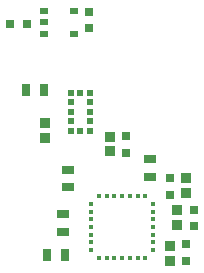
<source format=gtp>
G04*
G04 #@! TF.GenerationSoftware,Altium Limited,Altium Designer,25.8.1 (18)*
G04*
G04 Layer_Color=8421504*
%FSLAX25Y25*%
%MOIN*%
G70*
G04*
G04 #@! TF.SameCoordinates,43C0CF26-5D00-403A-8535-6070E817F6AF*
G04*
G04*
G04 #@! TF.FilePolarity,Positive*
G04*
G01*
G75*
%ADD16R,0.03150X0.02362*%
%ADD17R,0.01800X0.01400*%
%ADD18R,0.01968X0.01968*%
%ADD19R,0.03740X0.03740*%
G04:AMPARAMS|DCode=20|XSize=29.92mil|YSize=26mil|CornerRadius=3.25mil|HoleSize=0mil|Usage=FLASHONLY|Rotation=0.000|XOffset=0mil|YOffset=0mil|HoleType=Round|Shape=RoundedRectangle|*
%AMROUNDEDRECTD20*
21,1,0.02992,0.01950,0,0,0.0*
21,1,0.02342,0.02600,0,0,0.0*
1,1,0.00650,0.01171,-0.00975*
1,1,0.00650,-0.01171,-0.00975*
1,1,0.00650,-0.01171,0.00975*
1,1,0.00650,0.01171,0.00975*
%
%ADD20ROUNDEDRECTD20*%
G04:AMPARAMS|DCode=21|XSize=29.92mil|YSize=26mil|CornerRadius=3.25mil|HoleSize=0mil|Usage=FLASHONLY|Rotation=270.000|XOffset=0mil|YOffset=0mil|HoleType=Round|Shape=RoundedRectangle|*
%AMROUNDEDRECTD21*
21,1,0.02992,0.01950,0,0,270.0*
21,1,0.02342,0.02600,0,0,270.0*
1,1,0.00650,-0.00975,-0.01171*
1,1,0.00650,-0.00975,0.01171*
1,1,0.00650,0.00975,0.01171*
1,1,0.00650,0.00975,-0.01171*
%
%ADD21ROUNDEDRECTD21*%
%ADD22R,0.03150X0.03937*%
%ADD23R,0.03937X0.03150*%
%ADD24R,0.01400X0.01800*%
D16*
X174020Y278240D02*
D03*
Y270760D02*
D03*
X163980D02*
D03*
Y274500D02*
D03*
Y278240D02*
D03*
D17*
X179809Y198573D02*
D03*
X200309D02*
D03*
Y203691D02*
D03*
Y201132D02*
D03*
Y206250D02*
D03*
Y208809D02*
D03*
Y211368D02*
D03*
Y213927D02*
D03*
X179809D02*
D03*
Y211368D02*
D03*
Y208809D02*
D03*
Y206250D02*
D03*
Y203691D02*
D03*
Y201132D02*
D03*
D18*
X176150Y238350D02*
D03*
X173000Y247799D02*
D03*
Y241500D02*
D03*
Y244650D02*
D03*
X176150Y250949D02*
D03*
X173000Y238350D02*
D03*
X179299D02*
D03*
Y241500D02*
D03*
Y244650D02*
D03*
Y247799D02*
D03*
Y250949D02*
D03*
X173000D02*
D03*
D19*
X164500Y240921D02*
D03*
X186000Y231500D02*
D03*
X206000Y195000D02*
D03*
X208500Y212000D02*
D03*
X211500Y222500D02*
D03*
X164500Y236000D02*
D03*
X208500Y207079D02*
D03*
X186000Y236421D02*
D03*
X211500Y217579D02*
D03*
X206000Y199921D02*
D03*
D20*
X191500Y231000D02*
D03*
X211500Y195000D02*
D03*
X214000Y212091D02*
D03*
X206000Y222591D02*
D03*
X179000Y272500D02*
D03*
X214000Y206579D02*
D03*
X191500Y236512D02*
D03*
X179000Y278012D02*
D03*
X206000Y217079D02*
D03*
X211500Y200512D02*
D03*
D21*
X152744Y274000D02*
D03*
X158256D02*
D03*
D22*
X158095Y252000D02*
D03*
X165047Y197000D02*
D03*
X164000Y252000D02*
D03*
X170953Y197000D02*
D03*
D23*
X170500Y204594D02*
D03*
X172000Y225406D02*
D03*
X199500Y228906D02*
D03*
Y223000D02*
D03*
X170500Y210500D02*
D03*
X172000Y219500D02*
D03*
D24*
X197736Y216500D02*
D03*
X195177D02*
D03*
X192618D02*
D03*
X190059D02*
D03*
X187500D02*
D03*
X184941D02*
D03*
X182382D02*
D03*
Y196000D02*
D03*
X184941D02*
D03*
X187500D02*
D03*
X190059D02*
D03*
X192618D02*
D03*
X195177D02*
D03*
X197736D02*
D03*
M02*

</source>
